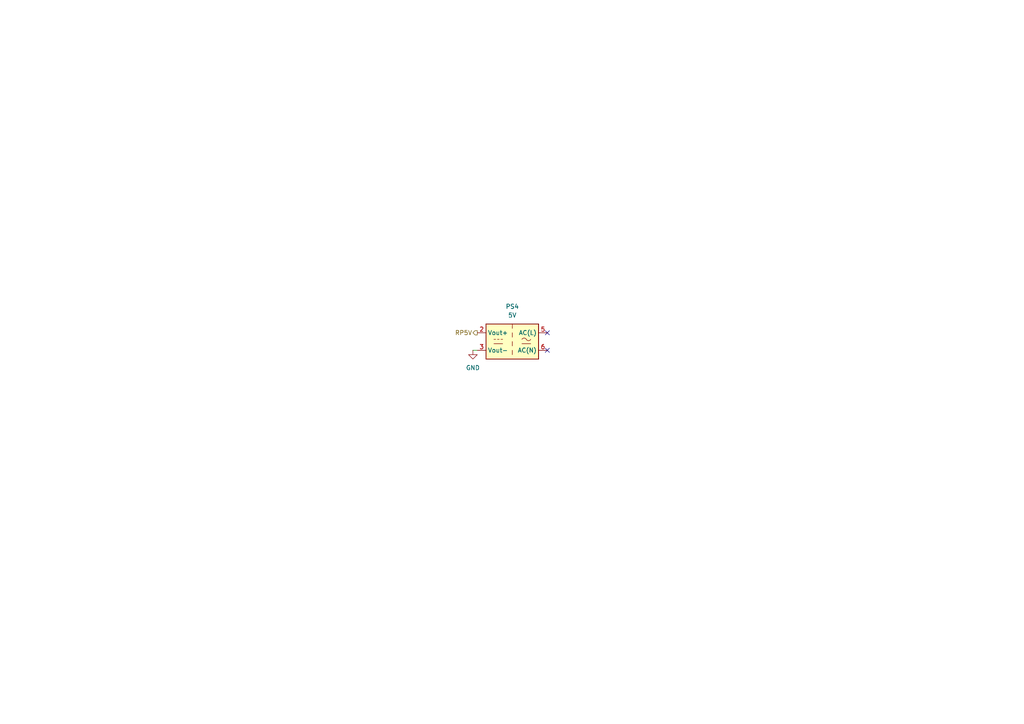
<source format=kicad_sch>
(kicad_sch
	(version 20250114)
	(generator "eeschema")
	(generator_version "9.0")
	(uuid "4b124148-5a92-488a-b001-67c0b30615e1")
	(paper "A4")
	(lib_symbols
		(symbol "Converter_ACDC:TMLM04105"
			(exclude_from_sim no)
			(in_bom yes)
			(on_board yes)
			(property "Reference" "PS"
				(at 0 6.35 0)
				(effects
					(font
						(size 1.27 1.27)
					)
				)
			)
			(property "Value" "TMLM04105"
				(at 0 -6.35 0)
				(effects
					(font
						(size 1.27 1.27)
					)
				)
			)
			(property "Footprint" "Converter_ACDC:Converter_ACDC_TRACO_TMLM-04_THT"
				(at 0 -8.89 0)
				(effects
					(font
						(size 1.27 1.27)
					)
					(hide yes)
				)
			)
			(property "Datasheet" "https://www.tracopower.com/products/tmlm.pdf"
				(at 0 0 0)
				(effects
					(font
						(size 1.27 1.27)
					)
					(hide yes)
				)
			)
			(property "Description" "5V 800mA AC/DC low noise power module"
				(at 0 0 0)
				(effects
					(font
						(size 1.27 1.27)
					)
					(hide yes)
				)
			)
			(property "ki_keywords" "Traco Power 4W AC-DC module power supply"
				(at 0 0 0)
				(effects
					(font
						(size 1.27 1.27)
					)
					(hide yes)
				)
			)
			(property "ki_fp_filters" "Converter*ACDC*TRACO*TMLM*04*"
				(at 0 0 0)
				(effects
					(font
						(size 1.27 1.27)
					)
					(hide yes)
				)
			)
			(symbol "TMLM04105_0_1"
				(rectangle
					(start -7.62 5.08)
					(end 7.62 -5.08)
					(stroke
						(width 0.254)
						(type default)
					)
					(fill
						(type background)
					)
				)
				(polyline
					(pts
						(xy -5.334 -0.635) (xy -2.794 -0.635)
					)
					(stroke
						(width 0)
						(type default)
					)
					(fill
						(type none)
					)
				)
				(arc
					(start -4.064 0.635)
					(mid -4.699 0.2495)
					(end -5.334 0.635)
					(stroke
						(width 0)
						(type default)
					)
					(fill
						(type none)
					)
				)
				(arc
					(start -4.064 0.635)
					(mid -3.429 1.0072)
					(end -2.794 0.635)
					(stroke
						(width 0)
						(type default)
					)
					(fill
						(type none)
					)
				)
				(polyline
					(pts
						(xy 0 5.08) (xy 0 3.81)
					)
					(stroke
						(width 0)
						(type default)
					)
					(fill
						(type none)
					)
				)
				(polyline
					(pts
						(xy 0 2.54) (xy 0 1.27)
					)
					(stroke
						(width 0)
						(type default)
					)
					(fill
						(type none)
					)
				)
				(polyline
					(pts
						(xy 0 0) (xy 0 -1.27)
					)
					(stroke
						(width 0)
						(type default)
					)
					(fill
						(type none)
					)
				)
				(polyline
					(pts
						(xy 0 -2.54) (xy 0 -3.81)
					)
					(stroke
						(width 0)
						(type default)
					)
					(fill
						(type none)
					)
				)
				(polyline
					(pts
						(xy 2.794 0.635) (xy 3.302 0.635)
					)
					(stroke
						(width 0)
						(type default)
					)
					(fill
						(type none)
					)
				)
				(polyline
					(pts
						(xy 2.794 -0.635) (xy 5.334 -0.635)
					)
					(stroke
						(width 0)
						(type default)
					)
					(fill
						(type none)
					)
				)
				(polyline
					(pts
						(xy 3.81 0.635) (xy 4.318 0.635)
					)
					(stroke
						(width 0)
						(type default)
					)
					(fill
						(type none)
					)
				)
				(polyline
					(pts
						(xy 4.826 0.635) (xy 5.334 0.635)
					)
					(stroke
						(width 0)
						(type default)
					)
					(fill
						(type none)
					)
				)
			)
			(symbol "TMLM04105_1_1"
				(pin power_in line
					(at -10.16 2.54 0)
					(length 2.54)
					(name "AC(L)"
						(effects
							(font
								(size 1.27 1.27)
							)
						)
					)
					(number "5"
						(effects
							(font
								(size 1.27 1.27)
							)
						)
					)
				)
				(pin power_in line
					(at -10.16 -2.54 0)
					(length 2.54)
					(name "AC(N)"
						(effects
							(font
								(size 1.27 1.27)
							)
						)
					)
					(number "6"
						(effects
							(font
								(size 1.27 1.27)
							)
						)
					)
				)
				(pin power_out line
					(at 10.16 2.54 180)
					(length 2.54)
					(name "Vout+"
						(effects
							(font
								(size 1.27 1.27)
							)
						)
					)
					(number "2"
						(effects
							(font
								(size 1.27 1.27)
							)
						)
					)
				)
				(pin power_out line
					(at 10.16 -2.54 180)
					(length 2.54)
					(name "Vout-"
						(effects
							(font
								(size 1.27 1.27)
							)
						)
					)
					(number "3"
						(effects
							(font
								(size 1.27 1.27)
							)
						)
					)
				)
			)
			(embedded_fonts no)
		)
		(symbol "power:GND"
			(power)
			(pin_numbers
				(hide yes)
			)
			(pin_names
				(offset 0)
				(hide yes)
			)
			(exclude_from_sim no)
			(in_bom yes)
			(on_board yes)
			(property "Reference" "#PWR"
				(at 0 -6.35 0)
				(effects
					(font
						(size 1.27 1.27)
					)
					(hide yes)
				)
			)
			(property "Value" "GND"
				(at 0 -3.81 0)
				(effects
					(font
						(size 1.27 1.27)
					)
				)
			)
			(property "Footprint" ""
				(at 0 0 0)
				(effects
					(font
						(size 1.27 1.27)
					)
					(hide yes)
				)
			)
			(property "Datasheet" ""
				(at 0 0 0)
				(effects
					(font
						(size 1.27 1.27)
					)
					(hide yes)
				)
			)
			(property "Description" "Power symbol creates a global label with name \"GND\" , ground"
				(at 0 0 0)
				(effects
					(font
						(size 1.27 1.27)
					)
					(hide yes)
				)
			)
			(property "ki_keywords" "global power"
				(at 0 0 0)
				(effects
					(font
						(size 1.27 1.27)
					)
					(hide yes)
				)
			)
			(symbol "GND_0_1"
				(polyline
					(pts
						(xy 0 0) (xy 0 -1.27) (xy 1.27 -1.27) (xy 0 -2.54) (xy -1.27 -1.27) (xy 0 -1.27)
					)
					(stroke
						(width 0)
						(type default)
					)
					(fill
						(type none)
					)
				)
			)
			(symbol "GND_1_1"
				(pin power_in line
					(at 0 0 270)
					(length 0)
					(name "~"
						(effects
							(font
								(size 1.27 1.27)
							)
						)
					)
					(number "1"
						(effects
							(font
								(size 1.27 1.27)
							)
						)
					)
				)
			)
			(embedded_fonts no)
		)
	)
	(no_connect
		(at 158.75 101.6)
		(uuid "a8e9aff3-c790-4604-a8bb-1ee4120b4f2b")
	)
	(no_connect
		(at 158.75 96.52)
		(uuid "eca741ff-e007-4553-8e47-8bb099a72b3b")
	)
	(wire
		(pts
			(xy 137.16 101.6) (xy 138.43 101.6)
		)
		(stroke
			(width 0)
			(type default)
		)
		(uuid "9cad39df-359c-4478-b030-7fec8bfc657e")
	)
	(hierarchical_label "RP5V"
		(shape output)
		(at 138.43 96.52 180)
		(effects
			(font
				(size 1.27 1.27)
			)
			(justify right)
		)
		(uuid "aa7bad66-6190-405c-9d58-7f36ec6566c6")
	)
	(symbol
		(lib_id "Converter_ACDC:TMLM04105")
		(at 148.59 99.06 0)
		(mirror y)
		(unit 1)
		(exclude_from_sim no)
		(in_bom yes)
		(on_board yes)
		(dnp no)
		(uuid "7e23570d-e66f-4a64-9dd5-a1d859cbb952")
		(property "Reference" "PS4"
			(at 148.59 88.9 0)
			(effects
				(font
					(size 1.27 1.27)
				)
			)
		)
		(property "Value" "5V"
			(at 148.59 91.44 0)
			(effects
				(font
					(size 1.27 1.27)
				)
			)
		)
		(property "Footprint" "Converter_ACDC:Converter_ACDC_TRACO_TMLM-04_THT"
			(at 148.59 107.95 0)
			(effects
				(font
					(size 1.27 1.27)
				)
				(hide yes)
			)
		)
		(property "Datasheet" "https://www.tracopower.com/products/tmlm.pdf"
			(at 148.59 99.06 0)
			(effects
				(font
					(size 1.27 1.27)
				)
				(hide yes)
			)
		)
		(property "Description" "5V 800mA AC/DC low noise power module"
			(at 148.59 99.06 0)
			(effects
				(font
					(size 1.27 1.27)
				)
				(hide yes)
			)
		)
		(pin "5"
			(uuid "564c2fd9-f899-4c0b-bfe6-c189cc91a27c")
		)
		(pin "3"
			(uuid "a63312c1-00c9-4484-bf43-2a68d59b4375")
		)
		(pin "6"
			(uuid "811f94ca-eb58-4201-ba9c-e1a38b2898b6")
		)
		(pin "2"
			(uuid "ece0ef40-9067-4cfc-b7bd-90635ed36d32")
		)
		(instances
			(project "Basic Power Distribution"
				(path "/806c945d-80a3-4a32-a262-566a8b69f4ec/ab2e4192-6a2d-4f36-b036-40f76c894705"
					(reference "PS4")
					(unit 1)
				)
			)
		)
	)
	(symbol
		(lib_id "power:GND")
		(at 137.16 101.6 0)
		(unit 1)
		(exclude_from_sim no)
		(in_bom yes)
		(on_board yes)
		(dnp no)
		(fields_autoplaced yes)
		(uuid "f1751191-a732-47f2-9c90-6c9e406b9a00")
		(property "Reference" "#PWR013"
			(at 137.16 107.95 0)
			(effects
				(font
					(size 1.27 1.27)
				)
				(hide yes)
			)
		)
		(property "Value" "GND"
			(at 137.16 106.68 0)
			(effects
				(font
					(size 1.27 1.27)
				)
			)
		)
		(property "Footprint" ""
			(at 137.16 101.6 0)
			(effects
				(font
					(size 1.27 1.27)
				)
				(hide yes)
			)
		)
		(property "Datasheet" ""
			(at 137.16 101.6 0)
			(effects
				(font
					(size 1.27 1.27)
				)
				(hide yes)
			)
		)
		(property "Description" "Power symbol creates a global label with name \"GND\" , ground"
			(at 137.16 101.6 0)
			(effects
				(font
					(size 1.27 1.27)
				)
				(hide yes)
			)
		)
		(pin "1"
			(uuid "d9e9f80a-cf26-4a9a-8864-4df7676ca2ae")
		)
		(instances
			(project "Basic Power Distribution"
				(path "/806c945d-80a3-4a32-a262-566a8b69f4ec/ab2e4192-6a2d-4f36-b036-40f76c894705"
					(reference "#PWR013")
					(unit 1)
				)
			)
		)
	)
)

</source>
